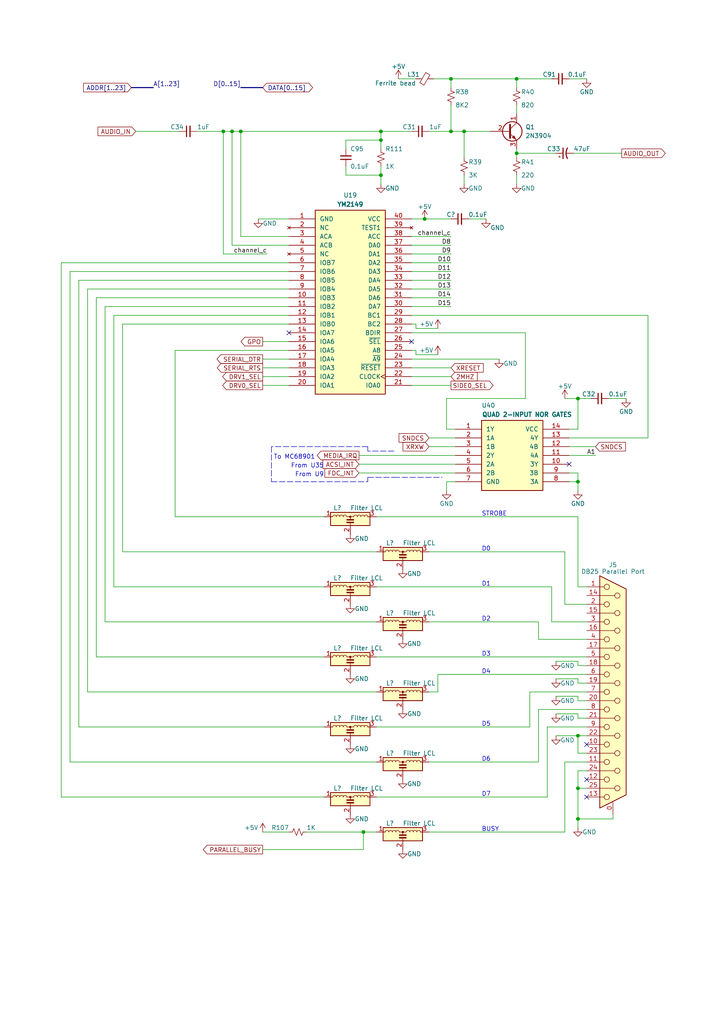
<source format=kicad_sch>
(kicad_sch (version 20211123) (generator eeschema)
  (paper "A4" portrait)
  (title_block (title "Converted schematics of Atari 260/520 ST") (date "2023-04-29") (rev "0") (comment 1 "…sporniket/kicad-conversions--atari-260-520-st-motherboard--c070231") (comment 2 "Original repository : https://github.com/…") (comment 4 "Reference : C070231"))
  (lib_symbols
    (symbol "74x02:QUADRUPLE_2-INPUT_POSITIVE-NOR_GATES_PHY" (pin_names (offset 1.27))
      (property "Reference" "U" (at -8.89 15.24 0))
      (property "Value" "QUADRUPLE_2-INPUT_POSITIVE-NOR_GATES_PHY" (at -8.89 12.7 0))
      (symbol "QUADRUPLE_2-INPUT_POSITIVE-NOR_GATES_PHY_0_0"
        (rectangle (start -8.89 10.16) (end 8.89 -10.16) (stroke (width 0.254)) (fill (type background)))
        (pin output line (at -16.51 7.62 0) (length 7.62) (name "1Y") (number "1"))
        (pin output line (at 16.51 -2.54 180) (length 7.62) (name "3Y") (number "10"))
        (pin input line (at 16.51 0 180) (length 7.62) (name "4A") (number "11"))
        (pin input line (at 16.51 2.54 180) (length 7.62) (name "4B") (number "12"))
        (pin output line (at 16.51 5.08 180) (length 7.62) (name "4Y") (number "13"))
        (pin power_in line (at 16.51 7.62 180) (length 7.62) (name "VCC") (number "14"))
        (pin input line (at -16.51 5.08 0) (length 7.62) (name "1A") (number "2"))
        (pin input line (at -16.51 2.54 0) (length 7.62) (name "1B") (number "3"))
        (pin output line (at -16.51 0 0) (length 7.62) (name "2Y") (number "4"))
        (pin input line (at -16.51 -2.54 0) (length 7.62) (name "2A") (number "5"))
        (pin input line (at -16.51 -5.08 0) (length 7.62) (name "2B") (number "6"))
        (pin power_in line (at -16.51 -7.62 0) (length 7.62) (name "GND") (number "7"))
        (pin input line (at 16.51 -7.62 180) (length 7.62) (name "3A") (number "8"))
        (pin input line (at 16.51 -5.08 180) (length 7.62) (name "3B") (number "9"))
      )
    )
    (symbol "Connector:DB25_Female_MountingHoles" (pin_names (offset 1.016) hide)
      (property "Reference" "J" (at 0 36.83 0))
      (property "Value" "DB25_Female_MountingHoles" (at 0 34.925 0))
      (symbol "DB25_Female_MountingHoles_0_1"
        (circle (center -1.778 -30.48) (radius 0.762))
        (circle (center -1.778 -25.4) (radius 0.762))
        (circle (center -1.778 -20.32) (radius 0.762))
        (circle (center -1.778 -15.24) (radius 0.762))
        (circle (center -1.778 -10.16) (radius 0.762))
        (circle (center -1.778 -5.08) (radius 0.762))
        (circle (center -1.778 0) (radius 0.762))
        (circle (center -1.778 5.08) (radius 0.762))
        (circle (center -1.778 10.16) (radius 0.762))
        (circle (center -1.778 15.24) (radius 0.762))
        (circle (center -1.778 20.32) (radius 0.762))
        (circle (center -1.778 25.4) (radius 0.762))
        (circle (center -1.778 30.48) (radius 0.762))
        (polyline (pts (xy -3.81 -30.48) (xy -2.54 -30.48)))
        (polyline (pts (xy -3.81 -27.94) (xy 0.508 -27.94)))
        (polyline (pts (xy -3.81 -25.4) (xy -2.54 -25.4)))
        (polyline (pts (xy -3.81 -22.86) (xy 0.508 -22.86)))
        (polyline (pts (xy -3.81 -20.32) (xy -2.54 -20.32)))
        (polyline (pts (xy -3.81 -17.78) (xy 0.508 -17.78)))
        (polyline (pts (xy -3.81 -15.24) (xy -2.54 -15.24)))
        (polyline (pts (xy -3.81 -12.7) (xy 0.508 -12.7)))
        (polyline (pts (xy -3.81 -10.16) (xy -2.54 -10.16)))
        (polyline (pts (xy -3.81 -7.62) (xy 0.508 -7.62)))
        (polyline (pts (xy -3.81 -5.08) (xy -2.54 -5.08)))
        (polyline (pts (xy -3.81 -2.54) (xy 0.508 -2.54)))
        (polyline (pts (xy -3.81 0) (xy -2.54 0)))
        (polyline (pts (xy -3.81 2.54) (xy 0.508 2.54)))
        (polyline (pts (xy -3.81 5.08) (xy -2.54 5.08)))
        (polyline (pts (xy -3.81 7.62) (xy 0.508 7.62)))
        (polyline (pts (xy -3.81 10.16) (xy -2.54 10.16)))
        (polyline (pts (xy -3.81 12.7) (xy 0.508 12.7)))
        (polyline (pts (xy -3.81 15.24) (xy -2.54 15.24)))
        (polyline (pts (xy -3.81 17.78) (xy 0.508 17.78)))
        (polyline (pts (xy -3.81 20.32) (xy -2.54 20.32)))
        (polyline (pts (xy -3.81 22.86) (xy 0.508 22.86)))
        (polyline (pts (xy -3.81 25.4) (xy -2.54 25.4)))
        (polyline (pts (xy -3.81 27.94) (xy 0.508 27.94)))
        (polyline (pts (xy -3.81 30.48) (xy -2.54 30.48)))
        (polyline (pts (xy -3.81 33.655) (xy 3.81 29.845) (xy 3.81 -29.845) (xy -3.81 -33.655) (xy -3.81 33.655)) (stroke (width 0.254)) (fill (type background)))
        (circle (center 1.27 -27.94) (radius 0.762))
        (circle (center 1.27 -22.86) (radius 0.762))
        (circle (center 1.27 -17.78) (radius 0.762))
        (circle (center 1.27 -12.7) (radius 0.762))
        (circle (center 1.27 -7.62) (radius 0.762))
        (circle (center 1.27 -2.54) (radius 0.762))
        (circle (center 1.27 2.54) (radius 0.762))
        (circle (center 1.27 7.62) (radius 0.762))
        (circle (center 1.27 12.7) (radius 0.762))
        (circle (center 1.27 17.78) (radius 0.762))
        (circle (center 1.27 22.86) (radius 0.762))
        (circle (center 1.27 27.94) (radius 0.762))
      )
      (symbol "DB25_Female_MountingHoles_1_1"
        (pin passive line (at 0 -35.56 90) (length 3.81) (name "PAD") (number "0"))
        (pin passive line (at -7.62 30.48 0) (length 3.81) (name "1") (number "1"))
        (pin passive line (at -7.62 -15.24 0) (length 3.81) (name "10") (number "10"))
        (pin passive line (at -7.62 -20.32 0) (length 3.81) (name "11") (number "11"))
        (pin passive line (at -7.62 -25.4 0) (length 3.81) (name "12") (number "12"))
        (pin passive line (at -7.62 -30.48 0) (length 3.81) (name "13") (number "13"))
        (pin passive line (at -7.62 27.94 0) (length 3.81) (name "P14") (number "14"))
        (pin passive line (at -7.62 22.86 0) (length 3.81) (name "P15") (number "15"))
        (pin passive line (at -7.62 17.78 0) (length 3.81) (name "P16") (number "16"))
        (pin passive line (at -7.62 12.7 0) (length 3.81) (name "P17") (number "17"))
        (pin passive line (at -7.62 7.62 0) (length 3.81) (name "P18") (number "18"))
        (pin passive line (at -7.62 2.54 0) (length 3.81) (name "P19") (number "19"))
        (pin passive line (at -7.62 25.4 0) (length 3.81) (name "2") (number "2"))
        (pin passive line (at -7.62 -2.54 0) (length 3.81) (name "P20") (number "20"))
        (pin passive line (at -7.62 -7.62 0) (length 3.81) (name "P21") (number "21"))
        (pin passive line (at -7.62 -12.7 0) (length 3.81) (name "P22") (number "22"))
        (pin passive line (at -7.62 -17.78 0) (length 3.81) (name "P23") (number "23"))
        (pin passive line (at -7.62 -22.86 0) (length 3.81) (name "P24") (number "24"))
        (pin passive line (at -7.62 -27.94 0) (length 3.81) (name "P25") (number "25"))
        (pin passive line (at -7.62 20.32 0) (length 3.81) (name "3") (number "3"))
        (pin passive line (at -7.62 15.24 0) (length 3.81) (name "4") (number "4"))
        (pin passive line (at -7.62 10.16 0) (length 3.81) (name "5") (number "5"))
        (pin passive line (at -7.62 5.08 0) (length 3.81) (name "6") (number "6"))
        (pin passive line (at -7.62 0 0) (length 3.81) (name "7") (number "7"))
        (pin passive line (at -7.62 -5.08 0) (length 3.81) (name "8") (number "8"))
        (pin passive line (at -7.62 -10.16 0) (length 3.81) (name "9") (number "9"))
      )
    )
    (symbol "Device:C_Polarized_Small_US" (pin_numbers hide) (pin_names (offset 0.254) hide)
      (property "Reference" "C" (at 0.254 1.778 0))
      (property "Value" "C_Polarized_Small_US" (at 0.254 -2.032 0))
      (symbol "C_Polarized_Small_US_0_1"
        (polyline (pts (xy -1.524 0.508) (xy 1.524 0.508)) (stroke (width 0.3048)))
        (polyline (pts (xy -1.27 1.524) (xy -0.762 1.524)))
        (polyline (pts (xy -1.016 1.27) (xy -1.016 1.778)))
        (arc (start 1.524 -0.762) (mid 0 -0.3734) (end -1.524 -0.762) (stroke (width 0.3048)))
      )
      (symbol "C_Polarized_Small_US_1_1"
        (pin passive line (at 0 2.54 270) (length 2.032) (name "~") (number "1"))
        (pin passive line (at 0 -2.54 90) (length 2.032) (name "~") (number "2"))
      )
    )
    (symbol "Device:C_Small" (pin_numbers hide) (pin_names (offset 0.254) hide)
      (property "Reference" "C" (at 0.254 1.778 0))
      (property "Value" "C_Small" (at 0.254 -2.032 0))
      (symbol "C_Small_0_1"
        (polyline (pts (xy -1.524 -0.508) (xy 1.524 -0.508)) (stroke (width 0.3302)))
        (polyline (pts (xy -1.524 0.508) (xy 1.524 0.508)) (stroke (width 0.3048)))
      )
      (symbol "C_Small_1_1"
        (pin passive line (at 0 2.54 270) (length 2.032) (name "~") (number "1"))
        (pin passive line (at 0 -2.54 90) (length 2.032) (name "~") (number "2"))
      )
    )
    (symbol "Device:Ferrite_Bead_Small" (pin_numbers hide) (pin_names (offset 0))
      (property "Reference" "FB" (at 1.905 1.27 0))
      (property "Value" "Device_Ferrite_Bead_Small" (at 1.905 -1.27 0))
      (symbol "Ferrite_Bead_Small_0_1"
        (polyline (pts (xy 0 -1.27) (xy 0 -0.7874)))
        (polyline (pts (xy 0 0.889) (xy 0 1.2954)))
        (polyline (pts (xy -1.8288 0.2794) (xy -1.1176 1.4986) (xy 1.8288 -0.2032) (xy 1.1176 -1.4224) (xy -1.8288 0.2794)))
      )
      (symbol "Ferrite_Bead_Small_1_1"
        (pin passive line (at 0 2.54 270) (length 1.27) (name "~") (number "1"))
        (pin passive line (at 0 -2.54 90) (length 1.27) (name "~") (number "2"))
      )
    )
    (symbol "Device:Filter_EMI_LCL" (pin_names (offset 0.254) hide)
      (property "Reference" "FL" (at 0 6.985 0))
      (property "Value" "Filter_EMI_LCL" (at 0 5.08 0))
      (symbol "Filter_EMI_LCL_0_1"
        (rectangle (start -5.715 3.81) (end 5.715 0) (stroke (width 0.254)) (fill (type background)))
        (arc (start -4.064 2.54) (mid -4.572 3.048) (end -5.08 2.54))
        (arc (start -3.048 2.54) (mid -3.556 3.048) (end -4.064 2.54))
        (arc (start -2.032 2.54) (mid -2.54 3.048) (end -3.048 2.54))
        (rectangle (start -1.016 0.762) (end 1.016 1.016) (fill (type outline)))
        (arc (start -1.016 2.54) (mid -1.524 3.048) (end -2.032 2.54))
        (polyline (pts (xy -1.016 2.54) (xy 1.016 2.54)))
        (polyline (pts (xy 0 0.762) (xy 0 0)))
        (polyline (pts (xy 0 2.54) (xy 0 1.778)))
        (circle (center 0 2.54) (radius 0.254) (fill (type outline)))
        (rectangle (start 1.016 1.524) (end -1.016 1.778) (fill (type outline)))
        (arc (start 2.032 2.54) (mid 1.524 3.048) (end 1.016 2.54))
        (arc (start 3.048 2.54) (mid 2.54 3.048) (end 2.032 2.54))
        (arc (start 4.064 2.54) (mid 3.556 3.048) (end 3.048 2.54))
        (arc (start 5.08 2.54) (mid 4.572 3.048) (end 4.064 2.54))
      )
      (symbol "Filter_EMI_LCL_1_1"
        (pin passive line (at -7.62 2.54 0) (length 2.54) (name "1") (number "1"))
        (pin passive line (at 0 -2.54 90) (length 2.54) (name "2") (number "2"))
        (pin passive line (at 7.62 2.54 180) (length 2.54) (name "3") (number "3"))
      )
    )
    (symbol "Device:Q_NPN_CBE" (pin_names (offset 0) hide)
      (property "Reference" "Q" (at 5.08 1.27 0))
      (property "Value" "Q_NPN_CBE" (at 5.08 -1.27 0))
      (symbol "Q_NPN_CBE_0_1"
        (polyline (pts (xy 0.635 0.635) (xy 2.54 2.54)))
        (polyline (pts (xy 0.635 -0.635) (xy 2.54 -2.54) (xy 2.54 -2.54)))
        (polyline (pts (xy 0.635 1.905) (xy 0.635 -1.905) (xy 0.635 -1.905)) (stroke (width 0.508)))
        (polyline (pts (xy 1.27 -1.778) (xy 1.778 -1.27) (xy 2.286 -2.286) (xy 1.27 -1.778) (xy 1.27 -1.778)) (fill (type outline)))
        (circle (center 1.27 0) (radius 2.8194) (stroke (width 0.254)))
      )
      (symbol "Q_NPN_CBE_1_1"
        (pin passive line (at 2.54 5.08 270) (length 2.54) (name "C") (number "1"))
        (pin input line (at -5.08 0 0) (length 5.715) (name "B") (number "2"))
        (pin passive line (at 2.54 -5.08 90) (length 2.54) (name "E") (number "3"))
      )
    )
    (symbol "Device:R_Small_US" (pin_numbers hide) (pin_names (offset 0.254) hide)
      (property "Reference" "R" (at 0.762 0.508 0))
      (property "Value" "R_Small_US" (at 0.762 -1.016 0))
      (symbol "R_Small_US_1_1"
        (polyline (pts (xy 0 0) (xy 1.016 -0.381) (xy 0 -0.762) (xy -1.016 -1.143) (xy 0 -1.524)))
        (polyline (pts (xy 0 1.524) (xy 1.016 1.143) (xy 0 0.762) (xy -1.016 0.381) (xy 0 0)))
        (pin passive line (at 0 2.54 270) (length 1.016) (name "~") (number "1"))
        (pin passive line (at 0 -2.54 90) (length 1.016) (name "~") (number "2"))
      )
    )
    (symbol "power:+5V" (power) (pin_names (offset 0))
      (property "Value" "+5V" (at 0 3.556 0))
      (symbol "+5V_0_1"
        (polyline (pts (xy -0.762 1.27) (xy 0 2.54)))
        (polyline (pts (xy 0 0) (xy 0 2.54)))
        (polyline (pts (xy 0 2.54) (xy 0.762 1.27)))
      )
      (symbol "+5V_1_1"
        (pin power_in line (at 0 0 90) (length 0) hide (name "+5V") (number "1"))
      )
    )
    (symbol "power:GND" (power) (pin_names (offset 0))
      (property "Value" "GND" (at 0 -3.81 0))
      (symbol "GND_0_1"
        (polyline (pts (xy 0 0) (xy 0 -1.27) (xy 1.27 -1.27) (xy 0 -2.54) (xy -1.27 -1.27) (xy 0 -1.27)))
      )
      (symbol "GND_1_1"
        (pin power_in line (at 0 0 270) (length 0) hide (name "GND") (number "1"))
      )
    )
    (symbol "ym2149:YM2149_SOFTWARE-CONTROLLED_SOUND_GENERATOR_PHY" (pin_names (offset 1.27))
      (property "Reference" "U" (at -10.16 31.75 0))
      (property "Value" "YM2149_SOFTWARE-CONTROLLED_SOUND_GENERATOR_PHY" (at -10.16 29.21 0))
      (symbol "YM2149_SOFTWARE-CONTROLLED_SOUND_GENERATOR_PHY_0_0"
        (rectangle (start -10.16 26.67) (end 10.16 -26.67) (stroke (width 0.254)) (fill (type background)))
        (pin power_in line (at -17.78 24.13 0) (length 7.62) (name "GND") (number "1"))
        (pin bidirectional line (at -17.78 1.27 0) (length 7.62) (name "IOB3") (number "10"))
        (pin bidirectional line (at -17.78 -1.27 0) (length 7.62) (name "IOB2") (number "11"))
        (pin bidirectional line (at -17.78 -3.81 0) (length 7.62) (name "IOB1") (number "12"))
        (pin bidirectional line (at -17.78 -6.35 0) (length 7.62) (name "IOB0") (number "13"))
        (pin bidirectional line (at -17.78 -8.89 0) (length 7.62) (name "IOA7") (number "14"))
        (pin bidirectional line (at -17.78 -11.43 0) (length 7.62) (name "IOA6") (number "15"))
        (pin bidirectional line (at -17.78 -13.97 0) (length 7.62) (name "IOA5") (number "16"))
        (pin bidirectional line (at -17.78 -16.51 0) (length 7.62) (name "IOA4") (number "17"))
        (pin bidirectional line (at -17.78 -19.05 0) (length 7.62) (name "IOA3") (number "18"))
        (pin bidirectional line (at -17.78 -21.59 0) (length 7.62) (name "IOA2") (number "19"))
        (pin no_connect line (at -17.78 21.59 0) (length 7.62) (name "NC") (number "2"))
        (pin bidirectional line (at -17.78 -24.13 0) (length 7.62) (name "IOA1") (number "20"))
        (pin bidirectional line (at 17.78 -24.13 180) (length 7.62) (name "IOA0") (number "21"))
        (pin input clock (at 17.78 -21.59 180) (length 7.62) (name "CLOCK") (number "22"))
        (pin input line (at 17.78 -19.05 180) (length 7.62) (name "~{RESET}") (number "23"))
        (pin input line (at 17.78 -16.51 180) (length 7.62) (name "~{A9}") (number "24"))
        (pin input line (at 17.78 -13.97 180) (length 7.62) (name "A8") (number "25"))
        (pin input line (at 17.78 -11.43 180) (length 7.62) (name "~{SEL}") (number "26"))
        (pin input line (at 17.78 -8.89 180) (length 7.62) (name "BDIR") (number "27"))
        (pin input line (at 17.78 -6.35 180) (length 7.62) (name "BC2") (number "28"))
        (pin input line (at 17.78 -3.81 180) (length 7.62) (name "BC1") (number "29"))
        (pin open_collector line (at -17.78 19.05 0) (length 7.62) (name "ACA") (number "3"))
        (pin bidirectional line (at 17.78 -1.27 180) (length 7.62) (name "DA7") (number "30"))
        (pin bidirectional line (at 17.78 1.27 180) (length 7.62) (name "DA6") (number "31"))
        (pin bidirectional line (at 17.78 3.81 180) (length 7.62) (name "DA5") (number "32"))
        (pin bidirectional line (at 17.78 6.35 180) (length 7.62) (name "DA4") (number "33"))
        (pin bidirectional line (at 17.78 8.89 180) (length 7.62) (name "DA3") (number "34"))
        (pin bidirectional line (at 17.78 11.43 180) (length 7.62) (name "DA2") (number "35"))
        (pin bidirectional line (at 17.78 13.97 180) (length 7.62) (name "DA1") (number "36"))
        (pin bidirectional line (at 17.78 16.51 180) (length 7.62) (name "DA0") (number "37"))
        (pin open_collector line (at 17.78 19.05 180) (length 7.62) (name "ACC") (number "38"))
        (pin no_connect line (at 17.78 21.59 180) (length 7.62) (name "TEST1") (number "39"))
        (pin open_collector line (at -17.78 16.51 0) (length 7.62) (name "ACB") (number "4"))
        (pin power_in line (at 17.78 24.13 180) (length 7.62) (name "VCC") (number "40"))
        (pin no_connect line (at -17.78 13.97 0) (length 7.62) (name "NC") (number "5"))
        (pin bidirectional line (at -17.78 11.43 0) (length 7.62) (name "IOB7") (number "6"))
        (pin bidirectional line (at -17.78 8.89 0) (length 7.62) (name "IOB6") (number "7"))
        (pin bidirectional line (at -17.78 6.35 0) (length 7.62) (name "IOB5") (number "8"))
        (pin bidirectional line (at -17.78 3.81 0) (length 7.62) (name "IOB4") (number "9"))
      )
    )
  )
  (junction (at 167.64 115.57))
  (junction (at 167.64 139.7))
  (junction (at 149.86 44.45))
  (junction (at 130.81 38.1))
  (junction (at 67.31 38.1))
  (junction (at 167.64 213.36))
  (junction (at 110.49 38.1))
  (junction (at 64.77 38.1))
  (junction (at 130.81 22.86))
  (junction (at 123.19 63.5))
  (junction (at 105.41 241.3))
  (junction (at 167.64 228.6))
  (junction (at 69.85 38.1))
  (junction (at 110.49 40.64))
  (junction (at 110.49 50.8))
  (junction (at 149.86 22.86))
  (junction (at 134.62 38.1))
  (junction (at 167.64 237.49))
  (no_connect (at 170.18 231.14))
  (no_connect (at 170.18 226.06))
  (no_connect (at 83.82 96.52))
  (no_connect (at 165.1 134.62))
  (no_connect (at 170.18 215.9))
  (no_connect (at 119.38 99.06))
  (wire (pts (xy 83.82 241.3) (xy 76.2 241.3)))
  (wire (pts (xy 132.08 139.7) (xy 129.54 139.7)))
  (wire (pts (xy 76.2 104.14) (xy 83.82 104.14)))
  (wire (pts (xy 156.21 205.74) (xy 156.21 220.98)))
  (wire (pts (xy 120.65 101.6) (xy 119.38 101.6)))
  (polyline (pts (xy 106.68 139.7) (xy 106.68 138.43)))
  (wire (pts (xy 39.37 38.1) (xy 52.07 38.1)))
  (wire (pts (xy 50.8 101.6) (xy 83.82 101.6)))
  (wire (pts (xy 167.64 196.85) (xy 167.64 198.12)))
  (wire (pts (xy 135.89 63.5) (xy 140.97 63.5)))
  (wire (pts (xy 27.94 190.5) (xy 93.98 190.5)))
  (polyline (pts (xy 106.68 138.43) (xy 114.3 138.43)))
  (wire (pts (xy 119.38 88.9) (xy 130.81 88.9)))
  (wire (pts (xy 109.22 149.86) (xy 167.64 149.86)))
  (wire (pts (xy 153.67 200.66) (xy 153.67 210.82)))
  (wire (pts (xy 17.78 231.14) (xy 17.78 76.2)))
  (wire (pts (xy 104.14 137.16) (xy 132.08 137.16)))
  (wire (pts (xy 163.83 220.98) (xy 163.83 241.3)))
  (wire (pts (xy 167.64 228.6) (xy 167.64 223.52)))
  (wire (pts (xy 119.38 73.66) (xy 130.81 73.66)))
  (wire (pts (xy 119.38 78.74) (xy 130.81 78.74)))
  (wire (pts (xy 100.33 40.64) (xy 110.49 40.64)))
  (wire (pts (xy 156.21 205.74) (xy 170.18 205.74)))
  (wire (pts (xy 64.77 38.1) (xy 67.31 38.1)))
  (wire (pts (xy 134.62 50.8) (xy 134.62 53.34)))
  (wire (pts (xy 120.65 93.98) (xy 119.38 93.98)))
  (wire (pts (xy 158.75 210.82) (xy 158.75 231.14)))
  (wire (pts (xy 25.4 200.66) (xy 109.22 200.66)))
  (wire (pts (xy 149.86 22.86) (xy 160.02 22.86)))
  (wire (pts (xy 119.38 109.22) (xy 130.81 109.22)))
  (wire (pts (xy 130.81 22.86) (xy 149.86 22.86)))
  (wire (pts (xy 100.33 50.8) (xy 110.49 50.8)))
  (wire (pts (xy 119.38 81.28) (xy 130.81 81.28)))
  (wire (pts (xy 93.98 149.86) (xy 50.8 149.86)))
  (wire (pts (xy 124.46 241.3) (xy 163.83 241.3)))
  (wire (pts (xy 110.49 38.1) (xy 110.49 40.64)))
  (wire (pts (xy 165.1 127) (xy 187.96 127)))
  (wire (pts (xy 110.49 48.26) (xy 110.49 50.8)))
  (wire (pts (xy 100.33 48.26) (xy 100.33 50.8)))
  (wire (pts (xy 167.64 191.77) (xy 167.64 193.04)))
  (wire (pts (xy 119.38 96.52) (xy 152.4 96.52)))
  (wire (pts (xy 167.64 213.36) (xy 167.64 218.44)))
  (wire (pts (xy 125.73 22.86) (xy 130.81 22.86)))
  (wire (pts (xy 17.78 76.2) (xy 83.82 76.2)))
  (wire (pts (xy 30.48 88.9) (xy 83.82 88.9)))
  (wire (pts (xy 22.86 210.82) (xy 93.98 210.82)))
  (wire (pts (xy 35.56 93.98) (xy 83.82 93.98)))
  (wire (pts (xy 27.94 86.36) (xy 83.82 86.36)))
  (polyline (pts (xy 106.68 129.54) (xy 78.74 129.54)))
  (wire (pts (xy 25.4 83.82) (xy 83.82 83.82)))
  (wire (pts (xy 152.4 115.57) (xy 152.4 96.52)))
  (wire (pts (xy 120.65 95.25) (xy 120.65 93.98)))
  (wire (pts (xy 160.02 180.34) (xy 160.02 170.18)))
  (wire (pts (xy 110.49 50.8) (xy 110.49 53.34)))
  (wire (pts (xy 123.19 63.5) (xy 130.81 63.5)))
  (wire (pts (xy 167.64 208.28) (xy 170.18 208.28)))
  (wire (pts (xy 50.8 149.86) (xy 50.8 101.6)))
  (polyline (pts (xy 114.3 130.81) (xy 106.68 130.81)))
  (wire (pts (xy 163.83 115.57) (xy 167.64 115.57)))
  (wire (pts (xy 35.56 160.02) (xy 35.56 93.98)))
  (wire (pts (xy 165.1 129.54) (xy 172.72 129.54)))
  (wire (pts (xy 165.1 132.08) (xy 172.72 132.08)))
  (wire (pts (xy 127 195.58) (xy 170.18 195.58)))
  (wire (pts (xy 176.53 115.57) (xy 181.61 115.57)))
  (bus (pts (xy 69.85 25.4) (xy 76.2 25.4)))
  (wire (pts (xy 167.64 237.49) (xy 167.64 228.6)))
  (wire (pts (xy 167.64 218.44) (xy 170.18 218.44)))
  (wire (pts (xy 165.1 137.16) (xy 167.64 137.16)))
  (wire (pts (xy 130.81 22.86) (xy 130.81 25.4)))
  (wire (pts (xy 76.2 99.06) (xy 83.82 99.06)))
  (wire (pts (xy 170.18 175.26) (xy 163.83 175.26)))
  (wire (pts (xy 22.86 81.28) (xy 83.82 81.28)))
  (wire (pts (xy 119.38 106.68) (xy 130.81 106.68)))
  (wire (pts (xy 33.02 91.44) (xy 83.82 91.44)))
  (wire (pts (xy 119.38 76.2) (xy 130.81 76.2)))
  (wire (pts (xy 104.14 132.08) (xy 132.08 132.08)))
  (wire (pts (xy 76.2 109.22) (xy 83.82 109.22)))
  (wire (pts (xy 167.64 115.57) (xy 171.45 115.57)))
  (wire (pts (xy 167.64 139.7) (xy 167.64 142.24)))
  (wire (pts (xy 130.81 38.1) (xy 134.62 38.1)))
  (wire (pts (xy 88.9 241.3) (xy 105.41 241.3)))
  (wire (pts (xy 170.18 180.34) (xy 160.02 180.34)))
  (polyline (pts (xy 78.74 139.7) (xy 106.68 139.7)))
  (wire (pts (xy 156.21 185.42) (xy 156.21 180.34)))
  (polyline (pts (xy 78.74 129.54) (xy 78.74 139.7)))
  (wire (pts (xy 109.22 170.18) (xy 160.02 170.18)))
  (wire (pts (xy 165.1 22.86) (xy 170.18 22.86)))
  (wire (pts (xy 124.46 127) (xy 132.08 127)))
  (wire (pts (xy 67.31 38.1) (xy 67.31 71.12)))
  (wire (pts (xy 167.64 228.6) (xy 170.18 228.6)))
  (wire (pts (xy 170.18 213.36) (xy 167.64 213.36)))
  (wire (pts (xy 119.38 68.58) (xy 130.81 68.58)))
  (wire (pts (xy 129.54 124.46) (xy 129.54 115.57)))
  (wire (pts (xy 165.1 139.7) (xy 167.64 139.7)))
  (wire (pts (xy 67.31 38.1) (xy 69.85 38.1)))
  (polyline (pts (xy 114.3 138.43) (xy 128.27 138.43)))
  (wire (pts (xy 134.62 38.1) (xy 134.62 45.72)))
  (wire (pts (xy 163.83 175.26) (xy 163.83 160.02)))
  (wire (pts (xy 124.46 129.54) (xy 132.08 129.54)))
  (wire (pts (xy 74.93 63.5) (xy 83.82 63.5)))
  (wire (pts (xy 167.64 240.03) (xy 167.64 237.49)))
  (wire (pts (xy 120.65 102.87) (xy 120.65 101.6)))
  (wire (pts (xy 170.18 220.98) (xy 163.83 220.98)))
  (wire (pts (xy 149.86 22.86) (xy 149.86 25.4)))
  (wire (pts (xy 161.29 201.93) (xy 167.64 201.93)))
  (wire (pts (xy 25.4 83.82) (xy 25.4 200.66)))
  (wire (pts (xy 33.02 91.44) (xy 33.02 170.18)))
  (wire (pts (xy 119.38 63.5) (xy 123.19 63.5)))
  (wire (pts (xy 187.96 127) (xy 187.96 91.44)))
  (wire (pts (xy 30.48 180.34) (xy 30.48 88.9)))
  (wire (pts (xy 167.64 115.57) (xy 167.64 124.46)))
  (wire (pts (xy 83.82 71.12) (xy 67.31 71.12)))
  (wire (pts (xy 149.86 30.48) (xy 149.86 33.02)))
  (wire (pts (xy 127 195.58) (xy 127 200.66)))
  (wire (pts (xy 109.22 241.3) (xy 105.41 241.3)))
  (wire (pts (xy 20.32 220.98) (xy 109.22 220.98)))
  (wire (pts (xy 76.2 246.38) (xy 105.41 246.38)))
  (wire (pts (xy 134.62 38.1) (xy 142.24 38.1)))
  (wire (pts (xy 76.2 111.76) (xy 83.82 111.76)))
  (wire (pts (xy 167.64 198.12) (xy 170.18 198.12)))
  (wire (pts (xy 167.64 223.52) (xy 170.18 223.52)))
  (wire (pts (xy 115.57 22.86) (xy 120.65 22.86)))
  (wire (pts (xy 124.46 180.34) (xy 156.21 180.34)))
  (wire (pts (xy 93.98 231.14) (xy 17.78 231.14)))
  (wire (pts (xy 119.38 111.76) (xy 130.81 111.76)))
  (wire (pts (xy 161.29 44.45) (xy 149.86 44.45)))
  (wire (pts (xy 161.29 191.77) (xy 167.64 191.77)))
  (wire (pts (xy 167.64 170.18) (xy 167.64 149.86)))
  (wire (pts (xy 153.67 200.66) (xy 170.18 200.66)))
  (wire (pts (xy 187.96 91.44) (xy 119.38 91.44)))
  (wire (pts (xy 149.86 44.45) (xy 149.86 45.72)))
  (polyline (pts (xy 106.68 130.81) (xy 106.68 129.54)))
  (wire (pts (xy 110.49 40.64) (xy 110.49 43.18)))
  (wire (pts (xy 167.64 137.16) (xy 167.64 139.7)))
  (wire (pts (xy 167.64 201.93) (xy 167.64 203.2)))
  (wire (pts (xy 20.32 78.74) (xy 20.32 220.98)))
  (wire (pts (xy 33.02 170.18) (xy 93.98 170.18)))
  (wire (pts (xy 64.77 38.1) (xy 64.77 73.66)))
  (wire (pts (xy 119.38 83.82) (xy 130.81 83.82)))
  (wire (pts (xy 124.46 38.1) (xy 130.81 38.1)))
  (wire (pts (xy 77.47 73.66) (xy 64.77 73.66)))
  (wire (pts (xy 149.86 44.45) (xy 149.86 43.18)))
  (wire (pts (xy 129.54 115.57) (xy 152.4 115.57)))
  (wire (pts (xy 109.22 190.5) (xy 170.18 190.5)))
  (bus (pts (xy 38.1 25.4) (xy 44.45 25.4)))
  (wire (pts (xy 83.82 68.58) (xy 69.85 68.58)))
  (wire (pts (xy 177.8 236.22) (xy 177.8 237.49)))
  (wire (pts (xy 161.29 207.01) (xy 167.64 207.01)))
  (wire (pts (xy 127 102.87) (xy 120.65 102.87)))
  (wire (pts (xy 167.64 203.2) (xy 170.18 203.2)))
  (wire (pts (xy 27.94 86.36) (xy 27.94 190.5)))
  (wire (pts (xy 119.38 86.36) (xy 130.81 86.36)))
  (wire (pts (xy 161.29 213.36) (xy 167.64 213.36)))
  (wire (pts (xy 110.49 38.1) (xy 119.38 38.1)))
  (wire (pts (xy 69.85 38.1) (xy 69.85 68.58)))
  (wire (pts (xy 69.85 38.1) (xy 110.49 38.1)))
  (wire (pts (xy 161.29 196.85) (xy 167.64 196.85)))
  (wire (pts (xy 30.48 180.34) (xy 109.22 180.34)))
  (wire (pts (xy 100.33 43.18) (xy 100.33 40.64)))
  (wire (pts (xy 167.64 207.01) (xy 167.64 208.28)))
  (wire (pts (xy 20.32 78.74) (xy 83.82 78.74)))
  (wire (pts (xy 165.1 124.46) (xy 167.64 124.46)))
  (wire (pts (xy 35.56 160.02) (xy 109.22 160.02)))
  (wire (pts (xy 124.46 220.98) (xy 156.21 220.98)))
  (wire (pts (xy 57.15 38.1) (xy 64.77 38.1)))
  (wire (pts (xy 132.08 124.46) (xy 129.54 124.46)))
  (wire (pts (xy 127 95.25) (xy 120.65 95.25)))
  (wire (pts (xy 129.54 139.7) (xy 129.54 142.24)))
  (wire (pts (xy 109.22 231.14) (xy 158.75 231.14)))
  (wire (pts (xy 170.18 185.42) (xy 156.21 185.42)))
  (wire (pts (xy 170.18 170.18) (xy 167.64 170.18)))
  (wire (pts (xy 158.75 210.82) (xy 170.18 210.82)))
  (wire (pts (xy 119.38 71.12) (xy 130.81 71.12)))
  (wire (pts (xy 76.2 106.68) (xy 83.82 106.68)))
  (wire (pts (xy 22.86 210.82) (xy 22.86 81.28)))
  (wire (pts (xy 124.46 160.02) (xy 163.83 160.02)))
  (wire (pts (xy 105.41 241.3) (xy 105.41 246.38)))
  (wire (pts (xy 119.38 104.14) (xy 144.78 104.14)))
  (wire (pts (xy 149.86 50.8) (xy 149.86 53.34)))
  (wire (pts (xy 167.64 193.04) (xy 170.18 193.04)))
  (wire (pts (xy 166.37 44.45) (xy 180.34 44.45)))
  (wire (pts (xy 109.22 210.82) (xy 153.67 210.82)))
  (wire (pts (xy 127 200.66) (xy 124.46 200.66)))
  (wire (pts (xy 104.14 134.62) (xy 132.08 134.62)))
  (wire (pts (xy 167.64 237.49) (xy 177.8 237.49)))
  (wire (pts (xy 130.81 30.48) (xy 130.81 38.1)))
  (text "D3" (at 139.7 190.5 0) (effects (font (size 1.27 1.27)) (justify left bottom)))
  (text "D5" (at 139.7 210.82 0) (effects (font (size 1.27 1.27)) (justify left bottom)))
  (text "D2" (at 139.7 180.34 0) (effects (font (size 1.27 1.27)) (justify left bottom)))
  (text "From U35" (at 93.98 135.89 180) (effects (font (size 1.27 1.27)) (justify right bottom)))
  (text "D6" (at 139.7 220.98 0) (effects (font (size 1.27 1.27)) (justify left bottom)))
  (text "STROBE" (at 139.7 149.86 0) (effects (font (size 1.27 1.27)) (justify left bottom)))
  (text "BUSY" (at 139.7 241.3 0) (effects (font (size 1.27 1.27)) (justify left bottom)))
  (text "To MC68901" (at 91.44 133.35 180) (effects (font (size 1.27 1.27)) (justify right bottom)))
  (text "D7" (at 139.7 231.14 0) (effects (font (size 1.27 1.27)) (justify left bottom)))
  (text "D0" (at 139.7 160.02 0) (effects (font (size 1.27 1.27)) (justify left bottom)))
  (text "D1" (at 139.7 170.18 0) (effects (font (size 1.27 1.27)) (justify left bottom)))
  (text "From U9" (at 93.98 138.43 180) (effects (font (size 1.27 1.27)) (justify right bottom)))
  (text "D4" (at 139.7 195.58 0) (effects (font (size 1.27 1.27)) (justify left bottom)))
  (label "A[1..23]" (at 44.45 25.4 0))
  (label "D14" (at 130.81 86.36 180))
  (label "A1" (at 172.72 132.08 180))
  (label "D9" (at 130.81 73.66 180))
  (label "D13" (at 130.81 83.82 180))
  (label "D12" (at 130.81 81.28 180))
  (label "D8" (at 130.81 71.12 180))
  (label "D11" (at 130.81 78.74 180))
  (label "D10" (at 130.81 76.2 180))
  (label "D15" (at 130.81 88.9 180))
  (label "channel_c" (at 77.47 73.66 180))
  (label "channel_c" (at 130.81 68.58 180))
  (label "D[0..15]" (at 69.85 25.4 180))
  (global_label "XRESET" (shape input) (at 130.81 106.68 0) (property "Intersheet References" "${INTERSHEET_REFS}" (effects hide)))
  (global_label "DRV1_SEL" (shape output) (at 76.2 109.22 180) (property "Intersheet References" "${INTERSHEET_REFS}" (effects hide)))
  (global_label "XRXW" (shape input) (at 124.46 129.54 180) (property "Intersheet References" "${INTERSHEET_REFS}" (effects hide)))
  (global_label "PARALLEL_BUSY" (shape output) (at 76.2 246.38 180) (property "Intersheet References" "${INTERSHEET_REFS}" (effects hide)))
  (global_label "ADDR[1..23]" (shape input) (at 38.1 25.4 180) (property "Intersheet References" "${INTERSHEET_REFS}" (effects hide)))
  (global_label "MEDIA_IRQ" (shape output) (at 104.14 132.08 180) (property "Intersheet References" "${INTERSHEET_REFS}" (effects hide)))
  (global_label "DATA[0..15]" (shape bidirectional) (at 76.2 25.4 0) (property "Intersheet References" "${INTERSHEET_REFS}" (effects hide)))
  (global_label "FDC_INT" (shape input) (at 104.14 137.16 180) (property "Intersheet References" "${INTERSHEET_REFS}" (effects hide)))
  (global_label "SNDCS" (shape input) (at 172.72 129.54 0) (property "Intersheet References" "${INTERSHEET_REFS}" (effects hide)))
  (global_label "SERIAL_DTR" (shape output) (at 76.2 104.14 180) (property "Intersheet References" "${INTERSHEET_REFS}" (effects hide)))
  (global_label "SIDE0_SEL" (shape output) (at 130.81 111.76 0) (property "Intersheet References" "${INTERSHEET_REFS}" (effects hide)))
  (global_label "SERIAL_RTS" (shape output) (at 76.2 106.68 180) (property "Intersheet References" "${INTERSHEET_REFS}" (effects hide)))
  (global_label "GPO" (shape output) (at 76.2 99.06 180) (property "Intersheet References" "${INTERSHEET_REFS}" (effects hide)))
  (global_label "AUDIO_IN" (shape input) (at 39.37 38.1 180) (property "Intersheet References" "${INTERSHEET_REFS}" (effects hide)))
  (global_label "SNDCS" (shape input) (at 124.46 127 180) (property "Intersheet References" "${INTERSHEET_REFS}" (effects hide)))
  (global_label "DRV0_SEL" (shape output) (at 76.2 111.76 180) (property "Intersheet References" "${INTERSHEET_REFS}" (effects hide)))
  (global_label "2MHZ" (shape input) (at 130.81 109.22 0) (property "Intersheet References" "${INTERSHEET_REFS}" (effects hide)))
  (global_label "ACSI_INT" (shape input) (at 104.14 134.62 180) (property "Intersheet References" "${INTERSHEET_REFS}" (effects hide)))
  (global_label "AUDIO_OUT" (shape output) (at 180.34 44.45 0) (property "Intersheet References" "${INTERSHEET_REFS}" (effects hide)))
  (symbol (lib_id "power:+5V") (at 76.2 241.3 0) (unit 1)
    (property "Reference" "#PWR?" (effects hide))
    (property "Value" "+5V" (at 74.93 240.03 0) (effects (justify right)))
  )
  (symbol (lib_id "power:GND") (at 134.62 53.34 0) (unit 1)
    (property "Reference" "#PWR?" (effects hide))
    (property "Value" "GND" (at 135.89 54.61 0) (effects (justify left)))
  )
  (symbol (lib_id "power:GND") (at 74.93 63.5 0) (unit 1)
    (property "Reference" "#PWR?" (effects hide))
    (property "Value" "GND" (at 76.2 64.77 0) (effects (justify left)))
  )
  (symbol (lib_id "Device:C_Small") (at 121.92 38.1 90) (unit 1)
    (property "Reference" "C31" (at 120.65 36.83 90) (effects (justify left)))
    (property "Value" "1uF" (at 124.46 36.83 90) (effects (justify right)))
    (property "Footprint" "commons-passives_THT:Passive_THT_capacitor_mlcc_W2.54mm_L12.70mm" (effects hide))
  )
  (symbol (lib_id "Device:Q_NPN_CBE") (at 147.32 38.1 0) (unit 1)
    (property "Reference" "Q1" (at 152.4 36.83 0) (effects (justify left)))
    (property "Value" "2N3904" (at 152.4 39.37 0) (effects (justify left)))
  )
  (symbol (lib_id "Device:R_Small_US") (at 149.86 48.26 180) (unit 1)
    (property "Reference" "R41" (at 151.13 46.99 0) (effects (justify right)))
    (property "Value" "220" (at 151.13 50.8 0) (effects (justify right)))
  )
  (symbol (lib_id "power:GND") (at 149.86 53.34 0) (unit 1)
    (property "Reference" "#PWR?" (effects hide))
    (property "Value" "GND" (at 151.13 54.61 0) (effects (justify left)))
  )
  (symbol (lib_id "power:GND") (at 161.29 207.01 0) (unit 1)
    (property "Reference" "#PWR?" (effects hide))
    (property "Value" "GND" (at 162.56 208.28 0) (effects (justify left)))
  )
  (symbol (lib_id "power:GND") (at 116.84 185.42 0) (unit 1)
    (property "Reference" "#PWR?" (effects hide))
    (property "Value" "GND" (at 118.11 186.69 0) (effects (justify left)))
  )
  (symbol (lib_id "Device:Filter_EMI_LCL") (at 101.6 233.68 0) (unit 1)
    (property "Reference" "L?" (at 99.06 228.6 0) (effects (justify right)))
    (property "Value" "Filter LCL" (at 101.6 228.6 0) (effects (justify left)))
    (property "Datasheet" "http://www.murata.com/~/media/webrenewal/support/library/catalog/products/emc/emifil/c31e.ashx?la=en-gb" (effects hide))
  )
  (symbol (lib_id "Device:Filter_EMI_LCL") (at 116.84 182.88 0) (unit 1)
    (property "Reference" "L?" (at 114.3 177.8 0) (effects (justify right)))
    (property "Value" "Filter LCL" (at 116.84 177.8 0) (effects (justify left)))
    (property "Datasheet" "http://www.murata.com/~/media/webrenewal/support/library/catalog/products/emc/emifil/c31e.ashx?la=en-gb" (effects hide))
  )
  (symbol (lib_id "Device:R_Small_US") (at 134.62 48.26 180) (unit 1)
    (property "Reference" "R39" (at 135.89 46.99 0) (effects (justify right)))
    (property "Value" "3K" (at 135.89 50.8 0) (effects (justify right)))
  )
  (symbol (lib_id "Device:Ferrite_Bead_Small") (at 123.19 22.86 270) (unit 1)
    (property "Reference" "L31" (at 118.11 21.59 90) (effects (justify left)))
    (property "Value" "Ferrite bead" (at 120.65 24.13 90) (effects (justify right)))
    (property "Footprint" "commons-passives_THT:Passive_THT_ferrite_bead_W3.81mm_L15.24mm" (effects hide))
  )
  (symbol (lib_id "power:GND") (at 167.64 240.03 0) (unit 1)
    (property "Reference" "#PWR?" (effects hide))
    (property "Value" "GND" (at 168.91 241.3 0) (effects (justify left)))
  )
  (symbol (lib_id "Device:Filter_EMI_LCL") (at 101.6 152.4 0) (unit 1)
    (property "Reference" "L?" (at 99.06 147.32 0) (effects (justify right)))
    (property "Value" "Filter LCL" (at 101.6 147.32 0) (effects (justify left)))
    (property "Datasheet" "http://www.murata.com/~/media/webrenewal/support/library/catalog/products/emc/emifil/c31e.ashx?la=en-gb" (effects hide))
  )
  (symbol (lib_id "power:+5V") (at 127 102.87 0) (unit 1)
    (property "Reference" "#PWR?" (effects hide))
    (property "Value" "+5V" (at 125.73 101.6 0) (effects (justify right)))
  )
  (symbol (lib_id "Device:Filter_EMI_LCL") (at 101.6 172.72 0) (unit 1)
    (property "Reference" "L?" (at 99.06 167.64 0) (effects (justify right)))
    (property "Value" "Filter LCL" (at 101.6 167.64 0) (effects (justify left)))
    (property "Datasheet" "http://www.murata.com/~/media/webrenewal/support/library/catalog/products/emc/emifil/c31e.ashx?la=en-gb" (effects hide))
  )
  (symbol (lib_id "power:GND") (at 140.97 63.5 0) (unit 1)
    (property "Reference" "#PWR?" (effects hide))
    (property "Value" "GND" (at 142.24 66.04 0) (effects (justify left)))
  )
  (symbol (lib_id "power:GND") (at 116.84 165.1 0) (unit 1)
    (property "Reference" "#PWR?" (effects hide))
    (property "Value" "GND" (at 118.11 166.37 0) (effects (justify left)))
  )
  (symbol (lib_id "power:GND") (at 101.6 236.22 0) (unit 1)
    (property "Reference" "#PWR?" (effects hide))
    (property "Value" "GND" (at 102.87 237.49 0) (effects (justify left)))
  )
  (symbol (lib_id "power:GND") (at 161.29 201.93 0) (unit 1)
    (property "Reference" "#PWR?" (effects hide))
    (property "Value" "GND" (at 162.56 203.2 0) (effects (justify left)))
  )
  (symbol (lib_id "power:GND") (at 167.64 142.24 0) (unit 1)
    (property "Reference" "#PWR?" (effects hide))
    (property "Value" "GND" (at 167.64 146.05 0))
  )
  (symbol (lib_id "power:GND") (at 110.49 53.34 0) (unit 1)
    (property "Reference" "#PWR?" (effects hide))
    (property "Value" "GND" (at 111.76 54.61 0) (effects (justify left)))
  )
  (symbol (lib_id "Device:C_Small") (at 100.33 45.72 180) (unit 1)
    (property "Reference" "C95" (at 101.6 43.18 0) (effects (justify right)))
    (property "Value" "0.1uF" (at 101.6 48.26 0) (effects (justify right)))
    (property "Footprint" "commons-passives_THT:Passive_THT_capacitor_mlcc_W2.54mm_L12.70mm" (effects hide))
  )
  (symbol (lib_id "Device:C_Small") (at 173.99 115.57 90) (unit 1)
    (property "Reference" "C32" (at 172.72 114.3 90) (effects (justify left)))
    (property "Value" "0.1uF" (at 176.53 114.3 90) (effects (justify right)))
    (property "Footprint" "commons-passives_THT:Passive_THT_capacitor_mlcc_W2.54mm_L12.70mm" (effects hide))
  )
  (symbol (lib_id "power:GND") (at 101.6 195.58 0) (unit 1)
    (property "Reference" "#PWR?" (effects hide))
    (property "Value" "GND" (at 102.87 196.85 0) (effects (justify left)))
  )
  (symbol (lib_id "Device:C_Polarized_Small_US") (at 163.83 44.45 90) (unit 1)
    (property "Reference" "C33" (at 162.56 43.18 90) (effects (justify left)))
    (property "Value" "47uF" (at 166.37 43.18 90) (effects (justify right)))
  )
  (symbol (lib_id "74x02:QUADRUPLE_2-INPUT_POSITIVE-NOR_GATES_PHY") (at 148.59 132.08 0) (unit 1)
    (property "Reference" "U40" (at 139.7 116.84 0) (effects (justify left top)))
    (property "Value" "QUAD 2-INPUT NOR GATES" (at 139.7 119.38 0) (effects (font bold) (justify left top)))
    (property "Footprint" "Package_DIP:DIP-14_W7.62mm_LongPads" (effects hide))
    (property "Datasheet" "https://www.ti.com/lit/ds/symlink/sn74ls02.pdf" (effects hide))
  )
  (symbol (lib_id "Device:R_Small_US") (at 130.81 27.94 180) (unit 1)
    (property "Reference" "R38" (at 132.08 26.67 0) (effects (justify right)))
    (property "Value" "8K2" (at 132.08 30.48 0) (effects (justify right)))
  )
  (symbol (lib_id "Device:Filter_EMI_LCL") (at 101.6 213.36 0) (unit 1)
    (property "Reference" "L?" (at 99.06 208.28 0) (effects (justify right)))
    (property "Value" "Filter LCL" (at 101.6 208.28 0) (effects (justify left)))
    (property "Datasheet" "http://www.murata.com/~/media/webrenewal/support/library/catalog/products/emc/emifil/c31e.ashx?la=en-gb" (effects hide))
  )
  (symbol (lib_id "Device:Filter_EMI_LCL") (at 101.6 193.04 0) (unit 1)
    (property "Reference" "L?" (at 99.06 187.96 0) (effects (justify right)))
    (property "Value" "Filter LCL" (at 101.6 187.96 0) (effects (justify left)))
    (property "Datasheet" "http://www.murata.com/~/media/webrenewal/support/library/catalog/products/emc/emifil/c31e.ashx?la=en-gb" (effects hide))
  )
  (symbol (lib_id "Device:C_Small") (at 54.61 38.1 90) (unit 1)
    (property "Reference" "C34" (at 53.34 36.83 90) (effects (justify left)))
    (property "Value" "1uF" (at 57.15 36.83 90) (effects (justify right)))
    (property "Footprint" "commons-passives_THT:Passive_THT_capacitor_mlcc_W2.54mm_L12.70mm" (effects hide))
  )
  (symbol (lib_id "Connector:DB25_Female_MountingHoles") (at 177.8 200.66 0) (unit 1)
    (property "Reference" "J5" (at 177.8 163.83 0))
    (property "Value" "DB25 Parallel Port" (at 177.8 165.735 0))
    (property "Datasheet" " ~" (effects hide))
  )
  (symbol (lib_id "ym2149:YM2149_SOFTWARE-CONTROLLED_SOUND_GENERATOR_PHY") (at 101.6 87.63 0) (unit 1)
    (property "Reference" "U19" (at 101.6 55.88 0) (effects (justify top)))
    (property "Value" "YM2149" (at 101.6 58.42 0) (effects (font bold) (justify top)))
    (property "Footprint" "Package_DIP:DIP-40_W15.24mm_LongPads" (effects hide))
    (property "Datasheet" "https://cdn.datasheetspdf.com/MoV/web/viewer.html?file=/pdf-down/Y/M/2/YM2149_Yamaha.pdf" (effects hide))
  )
  (symbol (lib_id "power:GND") (at 161.29 191.77 0) (unit 1)
    (property "Reference" "#PWR?" (effects hide))
    (property "Value" "GND" (at 162.56 193.04 0) (effects (justify left)))
  )
  (symbol (lib_id "Device:R_Small_US") (at 86.36 241.3 90) (unit 1)
    (property "Reference" "R107" (at 83.82 240.03 90) (effects (justify left)))
    (property "Value" "1K" (at 88.9 240.03 90) (effects (justify right)))
  )
  (symbol (lib_id "power:GND") (at 116.84 205.74 0) (unit 1)
    (property "Reference" "#PWR?" (effects hide))
    (property "Value" "GND" (at 118.11 207.01 0) (effects (justify left)))
  )
  (symbol (lib_id "Device:C_Small") (at 162.56 22.86 90) (unit 1)
    (property "Reference" "C91" (at 161.29 21.59 90) (effects (justify left)))
    (property "Value" "0.1uF" (at 170.18 21.59 90) (effects (justify left)))
    (property "Footprint" "commons-passives_THT:Passive_THT_capacitor_mlcc_W2.54mm_L12.70mm" (effects hide))
  )
  (symbol (lib_id "power:GND") (at 116.84 226.06 0) (unit 1)
    (property "Reference" "#PWR?" (effects hide))
    (property "Value" "GND" (at 118.11 227.33 0) (effects (justify left)))
  )
  (symbol (lib_id "Device:Filter_EMI_LCL") (at 116.84 243.84 0) (unit 1)
    (property "Reference" "L?" (at 114.3 238.76 0) (effects (justify right)))
    (property "Value" "Filter LCL" (at 116.84 238.76 0) (effects (justify left)))
    (property "Datasheet" "http://www.murata.com/~/media/webrenewal/support/library/catalog/products/emc/emifil/c31e.ashx?la=en-gb" (effects hide))
  )
  (symbol (lib_id "power:GND") (at 116.84 246.38 0) (unit 1)
    (property "Reference" "#PWR?" (effects hide))
    (property "Value" "GND" (at 118.11 247.65 0) (effects (justify left)))
  )
  (symbol (lib_id "Device:Filter_EMI_LCL") (at 116.84 203.2 0) (unit 1)
    (property "Reference" "L?" (at 114.3 198.12 0) (effects (justify right)))
    (property "Value" "Filter LCL" (at 116.84 198.12 0) (effects (justify left)))
    (property "Datasheet" "http://www.murata.com/~/media/webrenewal/support/library/catalog/products/emc/emifil/c31e.ashx?la=en-gb" (effects hide))
  )
  (symbol (lib_id "power:GND") (at 161.29 213.36 0) (unit 1)
    (property "Reference" "#PWR?" (effects hide))
    (property "Value" "GND" (at 162.56 214.63 0) (effects (justify left)))
  )
  (symbol (lib_id "power:+5V") (at 115.57 22.86 0) (unit 1)
    (property "Reference" "#PWR?" (effects hide))
    (property "Value" "+5V" (at 115.57 19.304 0))
  )
  (symbol (lib_id "power:GND") (at 101.6 175.26 0) (unit 1)
    (property "Reference" "#PWR?" (effects hide))
    (property "Value" "GND" (at 102.87 176.53 0) (effects (justify left)))
  )
  (symbol (lib_id "power:+5V") (at 127 95.25 0) (unit 1)
    (property "Reference" "#PWR?" (effects hide))
    (property "Value" "+5V" (at 125.73 93.98 0) (effects (justify right)))
  )
  (symbol (lib_id "Device:Filter_EMI_LCL") (at 116.84 162.56 0) (unit 1)
    (property "Reference" "L?" (at 114.3 157.48 0) (effects (justify right)))
    (property "Value" "Filter LCL" (at 116.84 157.48 0) (effects (justify left)))
    (property "Datasheet" "http://www.murata.com/~/media/webrenewal/support/library/catalog/products/emc/emifil/c31e.ashx?la=en-gb" (effects hide))
  )
  (symbol (lib_id "power:+5V") (at 123.19 63.5 0) (unit 1)
    (property "Reference" "#PWR?" (effects hide))
    (property "Value" "+5V" (at 123.19 59.944 0))
  )
  (symbol (lib_id "power:GND") (at 181.61 115.57 0) (unit 1)
    (property "Reference" "#PWR?" (effects hide))
    (property "Value" "GND" (at 181.61 119.38 0))
  )
  (symbol (lib_id "power:GND") (at 129.54 142.24 0) (unit 1)
    (property "Reference" "#PWR?" (effects hide))
    (property "Value" "GND" (at 129.54 146.05 0))
  )
  (symbol (lib_id "Device:R_Small_US") (at 149.86 27.94 180) (unit 1)
    (property "Reference" "R40" (at 151.13 26.67 0) (effects (justify right)))
    (property "Value" "820" (at 151.13 30.48 0) (effects (justify right)))
  )
  (symbol (lib_id "power:GND") (at 101.6 215.9 0) (unit 1)
    (property "Reference" "#PWR?" (effects hide))
    (property "Value" "GND" (at 102.87 217.17 0) (effects (justify left)))
  )
  (symbol (lib_id "power:GND") (at 101.6 154.94 0) (unit 1)
    (property "Reference" "#PWR?" (effects hide))
    (property "Value" "GND" (at 102.87 156.21 0) (effects (justify left)))
  )
  (symbol (lib_id "power:GND") (at 144.78 104.14 0) (unit 1)
    (property "Reference" "#PWR?" (effects hide))
    (property "Value" "GND" (at 146.05 105.41 0) (effects (justify left)))
  )
  (symbol (lib_id "power:GND") (at 161.29 196.85 0) (unit 1)
    (property "Reference" "#PWR?" (effects hide))
    (property "Value" "GND" (at 162.56 198.12 0) (effects (justify left)))
  )
  (symbol (lib_id "power:GND") (at 170.18 22.86 0) (unit 1)
    (property "Reference" "#PWR?" (effects hide))
    (property "Value" "GND" (at 170.18 26.67 0))
  )
  (symbol (lib_id "Device:Filter_EMI_LCL") (at 116.84 223.52 0) (unit 1)
    (property "Reference" "L?" (at 114.3 218.44 0) (effects (justify right)))
    (property "Value" "Filter LCL" (at 116.84 218.44 0) (effects (justify left)))
    (property "Datasheet" "http://www.murata.com/~/media/webrenewal/support/library/catalog/products/emc/emifil/c31e.ashx?la=en-gb" (effects hide))
  )
  (symbol (lib_id "Device:C_Small") (at 133.35 63.5 90) (unit 1)
    (property "Reference" "C?" (at 132.08 62.23 90) (effects (justify left)))
    (property "Value" "0.1uF" (at 135.89 62.23 90) (effects (justify right)))
    (property "Footprint" "commons-passives_THT:Passive_THT_capacitor_mlcc_W2.54mm_L12.70mm" (effects hide))
  )
  (symbol (lib_id "Device:R_Small_US") (at 110.49 45.72 180) (unit 1)
    (property "Reference" "R111" (at 111.76 43.18 0) (effects (justify right)))
    (property "Value" "1K" (at 111.76 48.26 0) (effects (justify right)))
  )
  (symbol (lib_id "power:+5V") (at 163.83 115.57 0) (unit 1)
    (property "Reference" "#PWR?" (effects hide))
    (property "Value" "+5V" (at 163.83 112.014 0))
  )
)
</source>
